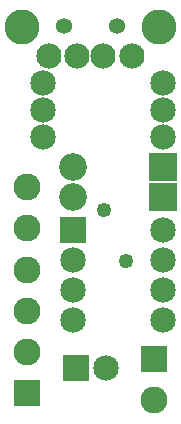
<source format=gbs>
G04 MADE WITH FRITZING*
G04 WWW.FRITZING.ORG*
G04 DOUBLE SIDED*
G04 HOLES PLATED*
G04 CONTOUR ON CENTER OF CONTOUR VECTOR*
%ASAXBY*%
%FSLAX23Y23*%
%MOIN*%
%OFA0B0*%
%SFA1.0B1.0*%
%ADD10C,0.084000*%
%ADD11C,0.116614*%
%ADD12C,0.053307*%
%ADD13C,0.085000*%
%ADD14C,0.092000*%
%ADD15C,0.090000*%
%ADD16C,0.049370*%
%ADD17R,0.085000X0.085000*%
%ADD18R,0.092000X0.092000*%
%ADD19R,0.090000X0.090000*%
%LNMASK0*%
G90*
G70*
G54D10*
X164Y1209D03*
X258Y1209D03*
X346Y1209D03*
X440Y1209D03*
G54D11*
X530Y1304D03*
X74Y1304D03*
G54D12*
X214Y1308D03*
X391Y1308D03*
G54D10*
X164Y1209D03*
X258Y1209D03*
X346Y1209D03*
X440Y1209D03*
G54D11*
X530Y1304D03*
X74Y1304D03*
G54D12*
X214Y1308D03*
X391Y1308D03*
G54D10*
X164Y1209D03*
X258Y1209D03*
X346Y1209D03*
X440Y1209D03*
G54D11*
X530Y1304D03*
X74Y1304D03*
G54D12*
X214Y1308D03*
X391Y1308D03*
G54D13*
X146Y939D03*
X546Y939D03*
X146Y1119D03*
X546Y1119D03*
X256Y169D03*
X356Y169D03*
G54D14*
X544Y739D03*
X246Y739D03*
X544Y839D03*
X246Y839D03*
G54D15*
X516Y199D03*
X516Y61D03*
X92Y84D03*
X92Y222D03*
X92Y360D03*
X92Y497D03*
X92Y635D03*
X92Y773D03*
G54D13*
X246Y629D03*
X546Y629D03*
X246Y529D03*
X546Y529D03*
X246Y429D03*
X546Y429D03*
X246Y329D03*
X546Y329D03*
X146Y1029D03*
X546Y1029D03*
G54D16*
X420Y526D03*
X348Y694D03*
G54D17*
X256Y169D03*
G54D18*
X545Y739D03*
X545Y839D03*
G54D19*
X516Y199D03*
X92Y84D03*
G54D17*
X246Y629D03*
G04 End of Mask0*
M02*
</source>
